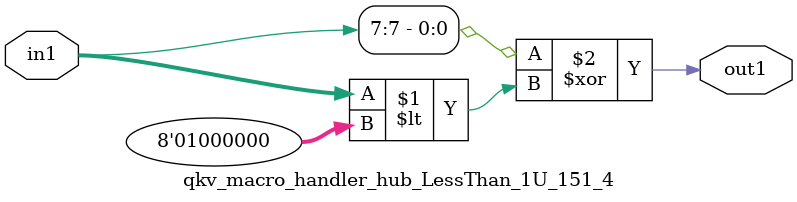
<source format=v>

`timescale 1ps / 1ps


module qkv_macro_handler_hub_LessThan_1U_151_4( in1, out1 );

    input [7:0] in1;
    output out1;

    
    // rtl_process:qkv_macro_handler_hub_LessThan_1U_94_4/qkv_macro_handler_hub_LessThan_1U_94_4_thread_1
    assign out1 = (in1[7] ^ in1 < 8'd064);

endmodule





</source>
